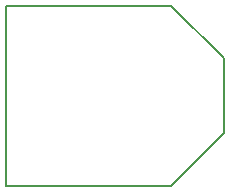
<source format=gko>
G04 #@! TF.FileFunction,Profile,NP*
%FSLAX46Y46*%
G04 Gerber Fmt 4.6, Leading zero omitted, Abs format (unit mm)*
G04 Created by KiCad (PCBNEW 4.0.3-stable) date Thursday, December 22, 2016 'PMt' 07:44:13 PM*
%MOMM*%
%LPD*%
G01*
G04 APERTURE LIST*
%ADD10C,0.100000*%
%ADD11C,0.150000*%
G04 APERTURE END LIST*
D10*
D11*
X142875000Y-100965000D02*
X138430000Y-96520000D01*
X142875000Y-107315000D02*
X138430000Y-111760000D01*
X138430000Y-96520000D02*
X124460000Y-96520000D01*
X142875000Y-107315000D02*
X142875000Y-100965000D01*
X124460000Y-111760000D02*
X138430000Y-111760000D01*
X124460000Y-96520000D02*
X124460000Y-111760000D01*
M02*

</source>
